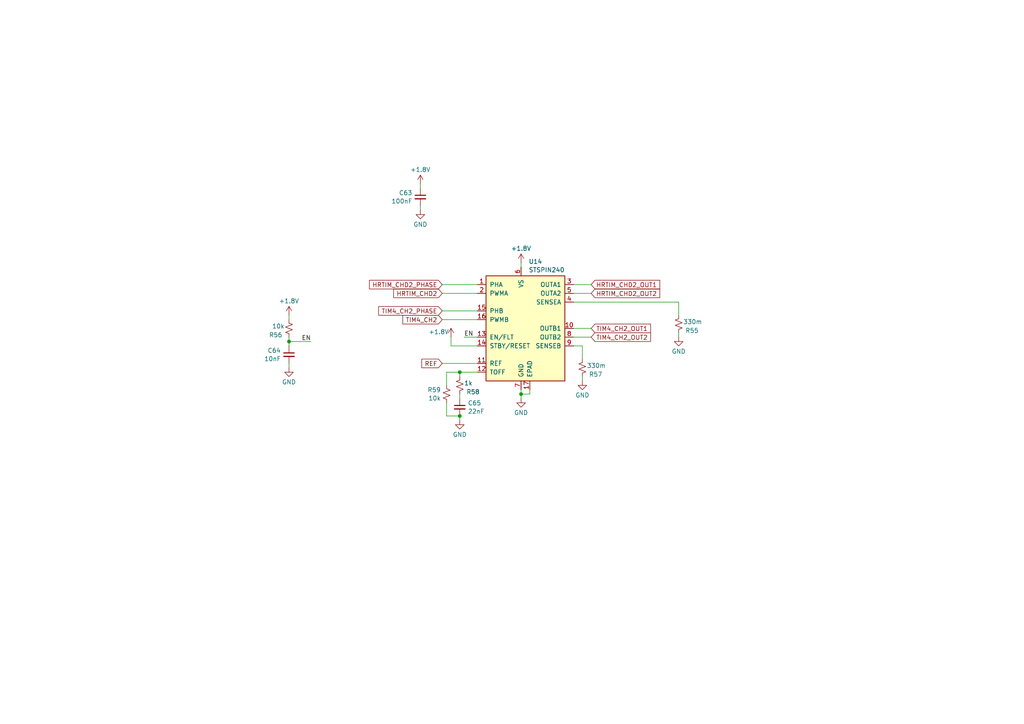
<source format=kicad_sch>
(kicad_sch
	(version 20231120)
	(generator "eeschema")
	(generator_version "8.0")
	(uuid "678b9aec-26bf-4f27-ba87-71e2ec76edda")
	(paper "A4")
	(lib_symbols
		(symbol "Device:C_Small"
			(pin_numbers hide)
			(pin_names
				(offset 0.254) hide)
			(exclude_from_sim no)
			(in_bom yes)
			(on_board yes)
			(property "Reference" "C"
				(at 0.254 1.778 0)
				(effects
					(font
						(size 1.27 1.27)
					)
					(justify left)
				)
			)
			(property "Value" "C_Small"
				(at 0.254 -2.032 0)
				(effects
					(font
						(size 1.27 1.27)
					)
					(justify left)
				)
			)
			(property "Footprint" ""
				(at 0 0 0)
				(effects
					(font
						(size 1.27 1.27)
					)
					(hide yes)
				)
			)
			(property "Datasheet" "~"
				(at 0 0 0)
				(effects
					(font
						(size 1.27 1.27)
					)
					(hide yes)
				)
			)
			(property "Description" "Unpolarized capacitor, small symbol"
				(at 0 0 0)
				(effects
					(font
						(size 1.27 1.27)
					)
					(hide yes)
				)
			)
			(property "ki_keywords" "capacitor cap"
				(at 0 0 0)
				(effects
					(font
						(size 1.27 1.27)
					)
					(hide yes)
				)
			)
			(property "ki_fp_filters" "C_*"
				(at 0 0 0)
				(effects
					(font
						(size 1.27 1.27)
					)
					(hide yes)
				)
			)
			(symbol "C_Small_0_1"
				(polyline
					(pts
						(xy -1.524 -0.508) (xy 1.524 -0.508)
					)
					(stroke
						(width 0.3302)
						(type default)
					)
					(fill
						(type none)
					)
				)
				(polyline
					(pts
						(xy -1.524 0.508) (xy 1.524 0.508)
					)
					(stroke
						(width 0.3048)
						(type default)
					)
					(fill
						(type none)
					)
				)
			)
			(symbol "C_Small_1_1"
				(pin passive line
					(at 0 2.54 270)
					(length 2.032)
					(name "~"
						(effects
							(font
								(size 1.27 1.27)
							)
						)
					)
					(number "1"
						(effects
							(font
								(size 1.27 1.27)
							)
						)
					)
				)
				(pin passive line
					(at 0 -2.54 90)
					(length 2.032)
					(name "~"
						(effects
							(font
								(size 1.27 1.27)
							)
						)
					)
					(number "2"
						(effects
							(font
								(size 1.27 1.27)
							)
						)
					)
				)
			)
		)
		(symbol "Device:R_Small_US"
			(pin_numbers hide)
			(pin_names
				(offset 0.254) hide)
			(exclude_from_sim no)
			(in_bom yes)
			(on_board yes)
			(property "Reference" "R"
				(at 0.762 0.508 0)
				(effects
					(font
						(size 1.27 1.27)
					)
					(justify left)
				)
			)
			(property "Value" "R_Small_US"
				(at 0.762 -1.016 0)
				(effects
					(font
						(size 1.27 1.27)
					)
					(justify left)
				)
			)
			(property "Footprint" ""
				(at 0 0 0)
				(effects
					(font
						(size 1.27 1.27)
					)
					(hide yes)
				)
			)
			(property "Datasheet" "~"
				(at 0 0 0)
				(effects
					(font
						(size 1.27 1.27)
					)
					(hide yes)
				)
			)
			(property "Description" "Resistor, small US symbol"
				(at 0 0 0)
				(effects
					(font
						(size 1.27 1.27)
					)
					(hide yes)
				)
			)
			(property "ki_keywords" "r resistor"
				(at 0 0 0)
				(effects
					(font
						(size 1.27 1.27)
					)
					(hide yes)
				)
			)
			(property "ki_fp_filters" "R_*"
				(at 0 0 0)
				(effects
					(font
						(size 1.27 1.27)
					)
					(hide yes)
				)
			)
			(symbol "R_Small_US_1_1"
				(polyline
					(pts
						(xy 0 0) (xy 1.016 -0.381) (xy 0 -0.762) (xy -1.016 -1.143) (xy 0 -1.524)
					)
					(stroke
						(width 0)
						(type default)
					)
					(fill
						(type none)
					)
				)
				(polyline
					(pts
						(xy 0 1.524) (xy 1.016 1.143) (xy 0 0.762) (xy -1.016 0.381) (xy 0 0)
					)
					(stroke
						(width 0)
						(type default)
					)
					(fill
						(type none)
					)
				)
				(pin passive line
					(at 0 2.54 270)
					(length 1.016)
					(name "~"
						(effects
							(font
								(size 1.27 1.27)
							)
						)
					)
					(number "1"
						(effects
							(font
								(size 1.27 1.27)
							)
						)
					)
				)
				(pin passive line
					(at 0 -2.54 90)
					(length 1.016)
					(name "~"
						(effects
							(font
								(size 1.27 1.27)
							)
						)
					)
					(number "2"
						(effects
							(font
								(size 1.27 1.27)
							)
						)
					)
				)
			)
		)
		(symbol "Driver_Motor:STSPIN240"
			(pin_names
				(offset 1.016)
			)
			(exclude_from_sim no)
			(in_bom yes)
			(on_board yes)
			(property "Reference" "U"
				(at -10.16 16.51 0)
				(effects
					(font
						(size 1.27 1.27)
					)
					(justify left)
				)
			)
			(property "Value" "STSPIN240"
				(at 5.08 16.51 0)
				(effects
					(font
						(size 1.27 1.27)
					)
					(justify left)
				)
			)
			(property "Footprint" "Package_DFN_QFN:VQFN-16-1EP_3x3mm_P0.5mm_EP1.8x1.8mm"
				(at 5.08 19.05 0)
				(effects
					(font
						(size 1.27 1.27)
					)
					(justify left)
					(hide yes)
				)
			)
			(property "Datasheet" "www.st.com/resource/en/datasheet/stspin240.pdf"
				(at 3.81 6.35 0)
				(effects
					(font
						(size 1.27 1.27)
					)
					(hide yes)
				)
			)
			(property "Description" "Low voltage dual brush DC motor driver, 1.8V to 10V input, 1.3Arms output, 0.4Ω Rdson per phase (typical), QFN-16 package"
				(at 0 0 0)
				(effects
					(font
						(size 1.27 1.27)
					)
					(hide yes)
				)
			)
			(property "ki_keywords" "motor driver dc brushed"
				(at 0 0 0)
				(effects
					(font
						(size 1.27 1.27)
					)
					(hide yes)
				)
			)
			(property "ki_fp_filters" "VQFN*1EP*3x3mm*P0.5mm*"
				(at 0 0 0)
				(effects
					(font
						(size 1.27 1.27)
					)
					(hide yes)
				)
			)
			(symbol "STSPIN240_0_1"
				(rectangle
					(start -10.16 15.24)
					(end 12.7 -15.24)
					(stroke
						(width 0.254)
						(type default)
					)
					(fill
						(type background)
					)
				)
			)
			(symbol "STSPIN240_1_1"
				(pin input line
					(at -12.7 12.7 0)
					(length 2.54)
					(name "PHA"
						(effects
							(font
								(size 1.27 1.27)
							)
						)
					)
					(number "1"
						(effects
							(font
								(size 1.27 1.27)
							)
						)
					)
				)
				(pin power_out line
					(at 15.24 0 180)
					(length 2.54)
					(name "OUTB1"
						(effects
							(font
								(size 1.27 1.27)
							)
						)
					)
					(number "10"
						(effects
							(font
								(size 1.27 1.27)
							)
						)
					)
				)
				(pin input line
					(at -12.7 -10.16 0)
					(length 2.54)
					(name "REF"
						(effects
							(font
								(size 1.27 1.27)
							)
						)
					)
					(number "11"
						(effects
							(font
								(size 1.27 1.27)
							)
						)
					)
				)
				(pin input line
					(at -12.7 -12.7 0)
					(length 2.54)
					(name "TOFF"
						(effects
							(font
								(size 1.27 1.27)
							)
						)
					)
					(number "12"
						(effects
							(font
								(size 1.27 1.27)
							)
						)
					)
				)
				(pin bidirectional line
					(at -12.7 -2.54 0)
					(length 2.54)
					(name "EN/FLT"
						(effects
							(font
								(size 1.27 1.27)
							)
						)
					)
					(number "13"
						(effects
							(font
								(size 1.27 1.27)
							)
						)
					)
				)
				(pin input line
					(at -12.7 -5.08 0)
					(length 2.54)
					(name "STBY/RESET"
						(effects
							(font
								(size 1.27 1.27)
							)
						)
					)
					(number "14"
						(effects
							(font
								(size 1.27 1.27)
							)
						)
					)
				)
				(pin input line
					(at -12.7 5.08 0)
					(length 2.54)
					(name "PHB"
						(effects
							(font
								(size 1.27 1.27)
							)
						)
					)
					(number "15"
						(effects
							(font
								(size 1.27 1.27)
							)
						)
					)
				)
				(pin input line
					(at -12.7 2.54 0)
					(length 2.54)
					(name "PWMB"
						(effects
							(font
								(size 1.27 1.27)
							)
						)
					)
					(number "16"
						(effects
							(font
								(size 1.27 1.27)
							)
						)
					)
				)
				(pin power_in line
					(at 2.54 -17.78 90)
					(length 2.54)
					(name "EPAD"
						(effects
							(font
								(size 1.27 1.27)
							)
						)
					)
					(number "17"
						(effects
							(font
								(size 1.27 1.27)
							)
						)
					)
				)
				(pin input line
					(at -12.7 10.16 0)
					(length 2.54)
					(name "PWMA"
						(effects
							(font
								(size 1.27 1.27)
							)
						)
					)
					(number "2"
						(effects
							(font
								(size 1.27 1.27)
							)
						)
					)
				)
				(pin power_out line
					(at 15.24 12.7 180)
					(length 2.54)
					(name "OUTA1"
						(effects
							(font
								(size 1.27 1.27)
							)
						)
					)
					(number "3"
						(effects
							(font
								(size 1.27 1.27)
							)
						)
					)
				)
				(pin power_out line
					(at 15.24 7.62 180)
					(length 2.54)
					(name "SENSEA"
						(effects
							(font
								(size 1.27 1.27)
							)
						)
					)
					(number "4"
						(effects
							(font
								(size 1.27 1.27)
							)
						)
					)
				)
				(pin power_out line
					(at 15.24 10.16 180)
					(length 2.54)
					(name "OUTA2"
						(effects
							(font
								(size 1.27 1.27)
							)
						)
					)
					(number "5"
						(effects
							(font
								(size 1.27 1.27)
							)
						)
					)
				)
				(pin power_in line
					(at 0 17.78 270)
					(length 2.54)
					(name "VS"
						(effects
							(font
								(size 1.27 1.27)
							)
						)
					)
					(number "6"
						(effects
							(font
								(size 1.27 1.27)
							)
						)
					)
				)
				(pin power_in line
					(at 0 -17.78 90)
					(length 2.54)
					(name "GND"
						(effects
							(font
								(size 1.27 1.27)
							)
						)
					)
					(number "7"
						(effects
							(font
								(size 1.27 1.27)
							)
						)
					)
				)
				(pin power_out line
					(at 15.24 -2.54 180)
					(length 2.54)
					(name "OUTB2"
						(effects
							(font
								(size 1.27 1.27)
							)
						)
					)
					(number "8"
						(effects
							(font
								(size 1.27 1.27)
							)
						)
					)
				)
				(pin power_out line
					(at 15.24 -5.08 180)
					(length 2.54)
					(name "SENSEB"
						(effects
							(font
								(size 1.27 1.27)
							)
						)
					)
					(number "9"
						(effects
							(font
								(size 1.27 1.27)
							)
						)
					)
				)
			)
		)
		(symbol "power:+1V8"
			(power)
			(pin_names
				(offset 0)
			)
			(exclude_from_sim no)
			(in_bom yes)
			(on_board yes)
			(property "Reference" "#PWR"
				(at 0 -3.81 0)
				(effects
					(font
						(size 1.27 1.27)
					)
					(hide yes)
				)
			)
			(property "Value" "+1V8"
				(at 0 3.556 0)
				(effects
					(font
						(size 1.27 1.27)
					)
				)
			)
			(property "Footprint" ""
				(at 0 0 0)
				(effects
					(font
						(size 1.27 1.27)
					)
					(hide yes)
				)
			)
			(property "Datasheet" ""
				(at 0 0 0)
				(effects
					(font
						(size 1.27 1.27)
					)
					(hide yes)
				)
			)
			(property "Description" "Power symbol creates a global label with name \"+1V8\""
				(at 0 0 0)
				(effects
					(font
						(size 1.27 1.27)
					)
					(hide yes)
				)
			)
			(property "ki_keywords" "global power"
				(at 0 0 0)
				(effects
					(font
						(size 1.27 1.27)
					)
					(hide yes)
				)
			)
			(symbol "+1V8_0_1"
				(polyline
					(pts
						(xy -0.762 1.27) (xy 0 2.54)
					)
					(stroke
						(width 0)
						(type default)
					)
					(fill
						(type none)
					)
				)
				(polyline
					(pts
						(xy 0 0) (xy 0 2.54)
					)
					(stroke
						(width 0)
						(type default)
					)
					(fill
						(type none)
					)
				)
				(polyline
					(pts
						(xy 0 2.54) (xy 0.762 1.27)
					)
					(stroke
						(width 0)
						(type default)
					)
					(fill
						(type none)
					)
				)
			)
			(symbol "+1V8_1_1"
				(pin power_in line
					(at 0 0 90)
					(length 0) hide
					(name "+1V8"
						(effects
							(font
								(size 1.27 1.27)
							)
						)
					)
					(number "1"
						(effects
							(font
								(size 1.27 1.27)
							)
						)
					)
				)
			)
		)
		(symbol "power:GND"
			(power)
			(pin_names
				(offset 0)
			)
			(exclude_from_sim no)
			(in_bom yes)
			(on_board yes)
			(property "Reference" "#PWR"
				(at 0 -6.35 0)
				(effects
					(font
						(size 1.27 1.27)
					)
					(hide yes)
				)
			)
			(property "Value" "GND"
				(at 0 -3.81 0)
				(effects
					(font
						(size 1.27 1.27)
					)
				)
			)
			(property "Footprint" ""
				(at 0 0 0)
				(effects
					(font
						(size 1.27 1.27)
					)
					(hide yes)
				)
			)
			(property "Datasheet" ""
				(at 0 0 0)
				(effects
					(font
						(size 1.27 1.27)
					)
					(hide yes)
				)
			)
			(property "Description" "Power symbol creates a global label with name \"GND\" , ground"
				(at 0 0 0)
				(effects
					(font
						(size 1.27 1.27)
					)
					(hide yes)
				)
			)
			(property "ki_keywords" "global power"
				(at 0 0 0)
				(effects
					(font
						(size 1.27 1.27)
					)
					(hide yes)
				)
			)
			(symbol "GND_0_1"
				(polyline
					(pts
						(xy 0 0) (xy 0 -1.27) (xy 1.27 -1.27) (xy 0 -2.54) (xy -1.27 -1.27) (xy 0 -1.27)
					)
					(stroke
						(width 0)
						(type default)
					)
					(fill
						(type none)
					)
				)
			)
			(symbol "GND_1_1"
				(pin power_in line
					(at 0 0 270)
					(length 0) hide
					(name "GND"
						(effects
							(font
								(size 1.27 1.27)
							)
						)
					)
					(number "1"
						(effects
							(font
								(size 1.27 1.27)
							)
						)
					)
				)
			)
		)
	)
	(junction
		(at 133.35 120.65)
		(diameter 0)
		(color 0 0 0 0)
		(uuid "42d6576e-fadb-4563-9fc6-3a42c8f7e3c8")
	)
	(junction
		(at 133.35 107.95)
		(diameter 0)
		(color 0 0 0 0)
		(uuid "667f0bd6-b12d-4faa-987f-927ccb27679f")
	)
	(junction
		(at 151.13 114.3)
		(diameter 0)
		(color 0 0 0 0)
		(uuid "b8536958-cabd-4320-bfca-2face8fcc9a7")
	)
	(junction
		(at 83.82 99.06)
		(diameter 0)
		(color 0 0 0 0)
		(uuid "d7e75411-1de3-452c-afc2-da1331c922c2")
	)
	(wire
		(pts
			(xy 151.13 76.2) (xy 151.13 77.47)
		)
		(stroke
			(width 0)
			(type default)
		)
		(uuid "0df78f29-7091-44f6-a730-ef372ed57675")
	)
	(wire
		(pts
			(xy 133.35 107.95) (xy 133.35 109.22)
		)
		(stroke
			(width 0)
			(type default)
		)
		(uuid "136b5161-d7ef-4375-aa91-e102651a4665")
	)
	(wire
		(pts
			(xy 168.91 100.33) (xy 166.37 100.33)
		)
		(stroke
			(width 0)
			(type default)
		)
		(uuid "154c620a-04df-4b2c-84d6-36da2c79bbea")
	)
	(wire
		(pts
			(xy 121.92 59.69) (xy 121.92 60.96)
		)
		(stroke
			(width 0)
			(type default)
		)
		(uuid "1ea7bd63-8734-448b-980b-014f4ca342f1")
	)
	(wire
		(pts
			(xy 133.35 114.3) (xy 133.35 115.57)
		)
		(stroke
			(width 0)
			(type default)
		)
		(uuid "2081ed10-af47-4487-84ed-017469b4fdb8")
	)
	(wire
		(pts
			(xy 128.27 92.71) (xy 138.43 92.71)
		)
		(stroke
			(width 0)
			(type default)
		)
		(uuid "24beaf91-e7d3-4e03-a638-690a46340679")
	)
	(wire
		(pts
			(xy 168.91 109.22) (xy 168.91 110.49)
		)
		(stroke
			(width 0)
			(type default)
		)
		(uuid "32926c58-e476-43b4-99b4-f50b1bd7289c")
	)
	(wire
		(pts
			(xy 83.82 99.06) (xy 83.82 100.33)
		)
		(stroke
			(width 0)
			(type default)
		)
		(uuid "3421b40e-45e7-4ac7-915c-5c46804131b9")
	)
	(wire
		(pts
			(xy 129.54 120.65) (xy 133.35 120.65)
		)
		(stroke
			(width 0)
			(type default)
		)
		(uuid "416fd5ac-a650-418e-931e-fcded8135e33")
	)
	(wire
		(pts
			(xy 128.27 90.17) (xy 138.43 90.17)
		)
		(stroke
			(width 0)
			(type default)
		)
		(uuid "424cc603-8d4e-4823-ae49-81b1618ee283")
	)
	(wire
		(pts
			(xy 168.91 104.14) (xy 168.91 100.33)
		)
		(stroke
			(width 0)
			(type default)
		)
		(uuid "48380410-9649-43e2-908f-c3ad67ad29b7")
	)
	(wire
		(pts
			(xy 151.13 113.03) (xy 151.13 114.3)
		)
		(stroke
			(width 0)
			(type default)
		)
		(uuid "5cf3c158-a797-45ff-8d5c-d0d1fafe3a22")
	)
	(wire
		(pts
			(xy 83.82 105.41) (xy 83.82 106.68)
		)
		(stroke
			(width 0)
			(type default)
		)
		(uuid "63b91a7c-7c95-4637-acd6-fcc77520c5dc")
	)
	(wire
		(pts
			(xy 196.85 87.63) (xy 196.85 91.44)
		)
		(stroke
			(width 0)
			(type default)
		)
		(uuid "6e4cef16-5184-4768-b13c-e683484dc67d")
	)
	(wire
		(pts
			(xy 129.54 107.95) (xy 133.35 107.95)
		)
		(stroke
			(width 0)
			(type default)
		)
		(uuid "7a2f5d6d-f89b-4009-be9b-50d00f32949b")
	)
	(wire
		(pts
			(xy 128.27 82.55) (xy 138.43 82.55)
		)
		(stroke
			(width 0)
			(type default)
		)
		(uuid "803c6951-769d-4787-a8a8-9d5548901c73")
	)
	(wire
		(pts
			(xy 121.92 53.34) (xy 121.92 54.61)
		)
		(stroke
			(width 0)
			(type default)
		)
		(uuid "81df2ca9-c94f-4f2b-a3c6-fd7d2f5cd330")
	)
	(wire
		(pts
			(xy 171.45 97.79) (xy 166.37 97.79)
		)
		(stroke
			(width 0)
			(type default)
		)
		(uuid "86b89144-a35d-4606-bee6-e66409accc8b")
	)
	(wire
		(pts
			(xy 138.43 97.79) (xy 134.62 97.79)
		)
		(stroke
			(width 0)
			(type default)
		)
		(uuid "87ebdfcb-394e-45c3-bb85-92d5e78fab56")
	)
	(wire
		(pts
			(xy 128.27 85.09) (xy 138.43 85.09)
		)
		(stroke
			(width 0)
			(type default)
		)
		(uuid "8e1f1e4d-a6da-4aa4-97a4-ceec37ac802b")
	)
	(wire
		(pts
			(xy 171.45 82.55) (xy 166.37 82.55)
		)
		(stroke
			(width 0)
			(type default)
		)
		(uuid "9073e5b9-c9af-4baa-b7cc-01e4e0e8170f")
	)
	(wire
		(pts
			(xy 133.35 107.95) (xy 138.43 107.95)
		)
		(stroke
			(width 0)
			(type default)
		)
		(uuid "af0d2cc6-489d-454c-9b05-ca897f917682")
	)
	(wire
		(pts
			(xy 130.81 100.33) (xy 138.43 100.33)
		)
		(stroke
			(width 0)
			(type default)
		)
		(uuid "b17469f9-4bfa-4158-bb7d-36070dad954a")
	)
	(wire
		(pts
			(xy 130.81 97.79) (xy 130.81 100.33)
		)
		(stroke
			(width 0)
			(type default)
		)
		(uuid "b99a87d4-af7a-4089-919c-45c7b3e63e22")
	)
	(wire
		(pts
			(xy 83.82 97.79) (xy 83.82 99.06)
		)
		(stroke
			(width 0)
			(type default)
		)
		(uuid "bab4188a-e630-4411-9ebd-0ebfae15cdb7")
	)
	(wire
		(pts
			(xy 171.45 85.09) (xy 166.37 85.09)
		)
		(stroke
			(width 0)
			(type default)
		)
		(uuid "bdd1b05d-dd6b-43d2-8213-f03d27a27000")
	)
	(wire
		(pts
			(xy 151.13 114.3) (xy 151.13 115.57)
		)
		(stroke
			(width 0)
			(type default)
		)
		(uuid "c05a63b7-2286-49ac-88b8-9c002ca85a9b")
	)
	(wire
		(pts
			(xy 196.85 87.63) (xy 166.37 87.63)
		)
		(stroke
			(width 0)
			(type default)
		)
		(uuid "c703d5d0-28ac-450a-9e81-ebc92b083f82")
	)
	(wire
		(pts
			(xy 128.27 105.41) (xy 138.43 105.41)
		)
		(stroke
			(width 0)
			(type default)
		)
		(uuid "d35195cc-7528-460d-9bc1-1c284727c64a")
	)
	(wire
		(pts
			(xy 129.54 116.84) (xy 129.54 120.65)
		)
		(stroke
			(width 0)
			(type default)
		)
		(uuid "df4c6b07-3cee-4d76-82ac-68278b1b2a0b")
	)
	(wire
		(pts
			(xy 83.82 91.44) (xy 83.82 92.71)
		)
		(stroke
			(width 0)
			(type default)
		)
		(uuid "e0f0e4df-3c11-491b-8c83-7b2feb1c5868")
	)
	(wire
		(pts
			(xy 153.67 114.3) (xy 153.67 113.03)
		)
		(stroke
			(width 0)
			(type default)
		)
		(uuid "e511d5ce-c0d6-4f17-bf9c-e17cd78b2211")
	)
	(wire
		(pts
			(xy 83.82 99.06) (xy 90.17 99.06)
		)
		(stroke
			(width 0)
			(type default)
		)
		(uuid "e535f119-b11d-44d9-8320-a66c01ce3ac1")
	)
	(wire
		(pts
			(xy 129.54 107.95) (xy 129.54 111.76)
		)
		(stroke
			(width 0)
			(type default)
		)
		(uuid "ea7df6dd-d206-4b50-ba0f-4867bd8d5e3c")
	)
	(wire
		(pts
			(xy 196.85 96.52) (xy 196.85 97.79)
		)
		(stroke
			(width 0)
			(type default)
		)
		(uuid "eedb8325-9b7d-43e3-aeb3-3c1bcc0fd479")
	)
	(wire
		(pts
			(xy 151.13 114.3) (xy 153.67 114.3)
		)
		(stroke
			(width 0)
			(type default)
		)
		(uuid "f25e5032-c755-44ef-8098-cb8f9e78830f")
	)
	(wire
		(pts
			(xy 171.45 95.25) (xy 166.37 95.25)
		)
		(stroke
			(width 0)
			(type default)
		)
		(uuid "f53cb537-a4c1-47fa-b30f-4b9840c5326a")
	)
	(wire
		(pts
			(xy 133.35 121.92) (xy 133.35 120.65)
		)
		(stroke
			(width 0)
			(type default)
		)
		(uuid "fcb6524b-ad1e-4656-ace8-fb400e227a7f")
	)
	(label "EN"
		(at 134.62 97.79 0)
		(fields_autoplaced yes)
		(effects
			(font
				(size 1.27 1.27)
			)
			(justify left bottom)
		)
		(uuid "2d735b23-4b75-4cc8-8522-77b72559e13e")
	)
	(label "EN"
		(at 90.17 99.06 180)
		(fields_autoplaced yes)
		(effects
			(font
				(size 1.27 1.27)
			)
			(justify right bottom)
		)
		(uuid "fc3e2e52-2328-484c-bc85-8e920ea7a8f4")
	)
	(global_label "HRTIM_CHD2_OUT1"
		(shape input)
		(at 171.45 82.55 0)
		(fields_autoplaced yes)
		(effects
			(font
				(size 1.27 1.27)
			)
			(justify left)
		)
		(uuid "354cf4f8-160b-4b49-b7c0-d13e231afbb1")
		(property "Intersheetrefs" "${INTERSHEET_REFS}"
			(at 191.9128 82.55 0)
			(effects
				(font
					(size 1.27 1.27)
				)
				(justify left)
				(hide yes)
			)
		)
	)
	(global_label "TIM4_CH2"
		(shape input)
		(at 128.27 92.71 180)
		(fields_autoplaced yes)
		(effects
			(font
				(size 1.27 1.27)
			)
			(justify right)
		)
		(uuid "58b2eda6-4dac-4b30-9252-55102a16717b")
		(property "Intersheetrefs" "${INTERSHEET_REFS}"
			(at 116.2739 92.71 0)
			(effects
				(font
					(size 1.27 1.27)
				)
				(justify right)
				(hide yes)
			)
		)
	)
	(global_label "TIM4_CH2_OUT2"
		(shape input)
		(at 171.45 97.79 0)
		(fields_autoplaced yes)
		(effects
			(font
				(size 1.27 1.27)
			)
			(justify left)
		)
		(uuid "7259d160-c953-4824-b0ab-3024b9fcae1c")
		(property "Intersheetrefs" "${INTERSHEET_REFS}"
			(at 189.2518 97.79 0)
			(effects
				(font
					(size 1.27 1.27)
				)
				(justify left)
				(hide yes)
			)
		)
	)
	(global_label "TIM4_CH2_PHASE"
		(shape input)
		(at 128.27 90.17 180)
		(fields_autoplaced yes)
		(effects
			(font
				(size 1.27 1.27)
			)
			(justify right)
		)
		(uuid "8b813cc2-a0aa-4d22-9809-183b5a09753d")
		(property "Intersheetrefs" "${INTERSHEET_REFS}"
			(at 109.2587 90.17 0)
			(effects
				(font
					(size 1.27 1.27)
				)
				(justify right)
				(hide yes)
			)
		)
	)
	(global_label "REF"
		(shape input)
		(at 128.27 105.41 180)
		(fields_autoplaced yes)
		(effects
			(font
				(size 1.27 1.27)
			)
			(justify right)
		)
		(uuid "a0dc2bc4-5b4f-4c18-86e8-8fa5de828bae")
		(property "Intersheetrefs" "${INTERSHEET_REFS}"
			(at 121.7772 105.41 0)
			(effects
				(font
					(size 1.27 1.27)
				)
				(justify right)
				(hide yes)
			)
		)
	)
	(global_label "HRTIM_CHD2_OUT2"
		(shape input)
		(at 171.45 85.09 0)
		(fields_autoplaced yes)
		(effects
			(font
				(size 1.27 1.27)
			)
			(justify left)
		)
		(uuid "a27dbca0-e13d-498c-9fa3-94dca6ed4a19")
		(property "Intersheetrefs" "${INTERSHEET_REFS}"
			(at 191.9128 85.09 0)
			(effects
				(font
					(size 1.27 1.27)
				)
				(justify left)
				(hide yes)
			)
		)
	)
	(global_label "HRTIM_CHD2_PHASE"
		(shape input)
		(at 128.27 82.55 180)
		(fields_autoplaced yes)
		(effects
			(font
				(size 1.27 1.27)
			)
			(justify right)
		)
		(uuid "a4881ba1-4837-43a5-b98c-30b78eaa4774")
		(property "Intersheetrefs" "${INTERSHEET_REFS}"
			(at 106.5977 82.55 0)
			(effects
				(font
					(size 1.27 1.27)
				)
				(justify right)
				(hide yes)
			)
		)
	)
	(global_label "HRTIM_CHD2"
		(shape input)
		(at 128.27 85.09 180)
		(fields_autoplaced yes)
		(effects
			(font
				(size 1.27 1.27)
			)
			(justify right)
		)
		(uuid "b6dee8e1-f56e-4501-a1ed-fa3e6493b6f5")
		(property "Intersheetrefs" "${INTERSHEET_REFS}"
			(at 113.6129 85.09 0)
			(effects
				(font
					(size 1.27 1.27)
				)
				(justify right)
				(hide yes)
			)
		)
	)
	(global_label "TIM4_CH2_OUT1"
		(shape input)
		(at 171.45 95.25 0)
		(fields_autoplaced yes)
		(effects
			(font
				(size 1.27 1.27)
			)
			(justify left)
		)
		(uuid "ed8ea22a-339e-4efc-b219-e3529f2b797f")
		(property "Intersheetrefs" "${INTERSHEET_REFS}"
			(at 189.2518 95.25 0)
			(effects
				(font
					(size 1.27 1.27)
				)
				(justify left)
				(hide yes)
			)
		)
	)
	(symbol
		(lib_id "Device:R_Small_US")
		(at 133.35 111.76 0)
		(mirror y)
		(unit 1)
		(exclude_from_sim no)
		(in_bom yes)
		(on_board yes)
		(dnp no)
		(uuid "08d3599f-af0c-44bb-81d5-91e8f1f358cf")
		(property "Reference" "R58"
			(at 135.255 113.665 0)
			(effects
				(font
					(size 1.27 1.27)
				)
				(justify right)
			)
		)
		(property "Value" "1k"
			(at 134.62 111.125 0)
			(effects
				(font
					(size 1.27 1.27)
				)
				(justify right)
			)
		)
		(property "Footprint" "Resistor_SMD:R_0402_1005Metric"
			(at 133.35 111.76 0)
			(effects
				(font
					(size 1.27 1.27)
				)
				(hide yes)
			)
		)
		(property "Datasheet" "~"
			(at 133.35 111.76 0)
			(effects
				(font
					(size 1.27 1.27)
				)
				(hide yes)
			)
		)
		(property "Description" ""
			(at 133.35 111.76 0)
			(effects
				(font
					(size 1.27 1.27)
				)
				(hide yes)
			)
		)
		(property "LCSC" "C11702"
			(at 133.35 111.76 0)
			(effects
				(font
					(size 1.27 1.27)
				)
				(hide yes)
			)
		)
		(pin "1"
			(uuid "520cc536-f2af-4093-9c89-99c22b303949")
		)
		(pin "2"
			(uuid "6d27895e-5584-4a35-a191-ef74435461a2")
		)
		(instances
			(project "kasm_pcb_rev2"
				(path "/b88f3414-095b-412c-ac5e-63ceec91c7e6/2d3f9a94-2f4e-4d4f-b431-cd37d3bb57a3/10aeb77b-7be4-4380-90e3-ac2fa7beff26"
					(reference "R58")
					(unit 1)
				)
			)
		)
	)
	(symbol
		(lib_id "power:GND")
		(at 151.13 115.57 0)
		(unit 1)
		(exclude_from_sim no)
		(in_bom yes)
		(on_board yes)
		(dnp no)
		(uuid "0999cc4d-196e-43d7-9300-6dc4805e5618")
		(property "Reference" "#PWR0144"
			(at 151.13 121.92 0)
			(effects
				(font
					(size 1.27 1.27)
				)
				(hide yes)
			)
		)
		(property "Value" "GND"
			(at 151.13 119.7031 0)
			(effects
				(font
					(size 1.27 1.27)
				)
			)
		)
		(property "Footprint" ""
			(at 151.13 115.57 0)
			(effects
				(font
					(size 1.27 1.27)
				)
				(hide yes)
			)
		)
		(property "Datasheet" ""
			(at 151.13 115.57 0)
			(effects
				(font
					(size 1.27 1.27)
				)
				(hide yes)
			)
		)
		(property "Description" ""
			(at 151.13 115.57 0)
			(effects
				(font
					(size 1.27 1.27)
				)
				(hide yes)
			)
		)
		(pin "1"
			(uuid "01c8d304-92ab-4c38-9ee6-bb49e7f47521")
		)
		(instances
			(project "kasm_pcb_rev2"
				(path "/b88f3414-095b-412c-ac5e-63ceec91c7e6/2d3f9a94-2f4e-4d4f-b431-cd37d3bb57a3/10aeb77b-7be4-4380-90e3-ac2fa7beff26"
					(reference "#PWR0144")
					(unit 1)
				)
			)
		)
	)
	(symbol
		(lib_id "Device:R_Small_US")
		(at 196.85 93.98 0)
		(mirror y)
		(unit 1)
		(exclude_from_sim no)
		(in_bom yes)
		(on_board yes)
		(dnp no)
		(uuid "0c943832-355b-4dd2-80d1-86cc87ab732c")
		(property "Reference" "R55"
			(at 198.755 95.885 0)
			(effects
				(font
					(size 1.27 1.27)
				)
				(justify right)
			)
		)
		(property "Value" "330m"
			(at 198.12 93.345 0)
			(effects
				(font
					(size 1.27 1.27)
				)
				(justify right)
			)
		)
		(property "Footprint" "Resistor_SMD:R_0402_1005Metric"
			(at 196.85 93.98 0)
			(effects
				(font
					(size 1.27 1.27)
				)
				(hide yes)
			)
		)
		(property "Datasheet" "~"
			(at 196.85 93.98 0)
			(effects
				(font
					(size 1.27 1.27)
				)
				(hide yes)
			)
		)
		(property "Description" ""
			(at 196.85 93.98 0)
			(effects
				(font
					(size 1.27 1.27)
				)
				(hide yes)
			)
		)
		(property "LCSC" "C332660"
			(at 196.85 93.98 0)
			(effects
				(font
					(size 1.27 1.27)
				)
				(hide yes)
			)
		)
		(pin "1"
			(uuid "57d730c9-355f-4784-b711-036a1073d2a4")
		)
		(pin "2"
			(uuid "b0acd83e-7dfa-44f5-8902-f6cbfe4aaaab")
		)
		(instances
			(project "kasm_pcb_rev2"
				(path "/b88f3414-095b-412c-ac5e-63ceec91c7e6/2d3f9a94-2f4e-4d4f-b431-cd37d3bb57a3/10aeb77b-7be4-4380-90e3-ac2fa7beff26"
					(reference "R55")
					(unit 1)
				)
			)
		)
	)
	(symbol
		(lib_id "power:GND")
		(at 133.35 121.92 0)
		(unit 1)
		(exclude_from_sim no)
		(in_bom yes)
		(on_board yes)
		(dnp no)
		(uuid "14826b93-6e2a-40a6-8261-c4025ad4b572")
		(property "Reference" "#PWR0145"
			(at 133.35 128.27 0)
			(effects
				(font
					(size 1.27 1.27)
				)
				(hide yes)
			)
		)
		(property "Value" "GND"
			(at 133.35 126.0531 0)
			(effects
				(font
					(size 1.27 1.27)
				)
			)
		)
		(property "Footprint" ""
			(at 133.35 121.92 0)
			(effects
				(font
					(size 1.27 1.27)
				)
				(hide yes)
			)
		)
		(property "Datasheet" ""
			(at 133.35 121.92 0)
			(effects
				(font
					(size 1.27 1.27)
				)
				(hide yes)
			)
		)
		(property "Description" ""
			(at 133.35 121.92 0)
			(effects
				(font
					(size 1.27 1.27)
				)
				(hide yes)
			)
		)
		(pin "1"
			(uuid "e8b8079c-b48f-4a26-a36d-ad370f272bfa")
		)
		(instances
			(project "kasm_pcb_rev2"
				(path "/b88f3414-095b-412c-ac5e-63ceec91c7e6/2d3f9a94-2f4e-4d4f-b431-cd37d3bb57a3/10aeb77b-7be4-4380-90e3-ac2fa7beff26"
					(reference "#PWR0145")
					(unit 1)
				)
			)
		)
	)
	(symbol
		(lib_id "Device:R_Small_US")
		(at 83.82 95.25 0)
		(unit 1)
		(exclude_from_sim no)
		(in_bom yes)
		(on_board yes)
		(dnp no)
		(uuid "23119a32-3781-4e14-9518-f3722f383c32")
		(property "Reference" "R56"
			(at 81.915 97.155 0)
			(effects
				(font
					(size 1.27 1.27)
				)
				(justify right)
			)
		)
		(property "Value" "10k"
			(at 82.55 94.615 0)
			(effects
				(font
					(size 1.27 1.27)
				)
				(justify right)
			)
		)
		(property "Footprint" "Resistor_SMD:R_0402_1005Metric"
			(at 83.82 95.25 0)
			(effects
				(font
					(size 1.27 1.27)
				)
				(hide yes)
			)
		)
		(property "Datasheet" "~"
			(at 83.82 95.25 0)
			(effects
				(font
					(size 1.27 1.27)
				)
				(hide yes)
			)
		)
		(property "Description" ""
			(at 83.82 95.25 0)
			(effects
				(font
					(size 1.27 1.27)
				)
				(hide yes)
			)
		)
		(property "LCSC" "C25744"
			(at 83.82 95.25 0)
			(effects
				(font
					(size 1.27 1.27)
				)
				(hide yes)
			)
		)
		(pin "1"
			(uuid "d81662fd-b7ee-4cd3-835e-4201edb14a83")
		)
		(pin "2"
			(uuid "161611a2-a90e-4351-9765-90a80e4e7081")
		)
		(instances
			(project "kasm_pcb_rev2"
				(path "/b88f3414-095b-412c-ac5e-63ceec91c7e6/2d3f9a94-2f4e-4d4f-b431-cd37d3bb57a3/10aeb77b-7be4-4380-90e3-ac2fa7beff26"
					(reference "R56")
					(unit 1)
				)
			)
		)
	)
	(symbol
		(lib_id "power:+1V8")
		(at 130.81 97.79 0)
		(unit 1)
		(exclude_from_sim no)
		(in_bom yes)
		(on_board yes)
		(dnp no)
		(uuid "47419cb7-ae1c-489c-b519-ae9a5c0d2b1e")
		(property "Reference" "#PWR0140"
			(at 130.81 101.6 0)
			(effects
				(font
					(size 1.27 1.27)
				)
				(hide yes)
			)
		)
		(property "Value" "+1.8V"
			(at 127.254 96.266 0)
			(effects
				(font
					(size 1.27 1.27)
				)
			)
		)
		(property "Footprint" ""
			(at 130.81 97.79 0)
			(effects
				(font
					(size 1.27 1.27)
				)
				(hide yes)
			)
		)
		(property "Datasheet" ""
			(at 130.81 97.79 0)
			(effects
				(font
					(size 1.27 1.27)
				)
				(hide yes)
			)
		)
		(property "Description" ""
			(at 130.81 97.79 0)
			(effects
				(font
					(size 1.27 1.27)
				)
				(hide yes)
			)
		)
		(pin "1"
			(uuid "053ca9e1-1fa5-4cbe-93b1-01fdae85988d")
		)
		(instances
			(project "kasm_pcb_rev2"
				(path "/b88f3414-095b-412c-ac5e-63ceec91c7e6/2d3f9a94-2f4e-4d4f-b431-cd37d3bb57a3/10aeb77b-7be4-4380-90e3-ac2fa7beff26"
					(reference "#PWR0140")
					(unit 1)
				)
			)
		)
	)
	(symbol
		(lib_id "Device:R_Small_US")
		(at 168.91 106.68 0)
		(mirror y)
		(unit 1)
		(exclude_from_sim no)
		(in_bom yes)
		(on_board yes)
		(dnp no)
		(uuid "573e37f4-27b0-4a2f-aa61-feaccf55e8aa")
		(property "Reference" "R57"
			(at 170.815 108.585 0)
			(effects
				(font
					(size 1.27 1.27)
				)
				(justify right)
			)
		)
		(property "Value" "330m"
			(at 170.18 106.045 0)
			(effects
				(font
					(size 1.27 1.27)
				)
				(justify right)
			)
		)
		(property "Footprint" "Resistor_SMD:R_0402_1005Metric"
			(at 168.91 106.68 0)
			(effects
				(font
					(size 1.27 1.27)
				)
				(hide yes)
			)
		)
		(property "Datasheet" "~"
			(at 168.91 106.68 0)
			(effects
				(font
					(size 1.27 1.27)
				)
				(hide yes)
			)
		)
		(property "Description" ""
			(at 168.91 106.68 0)
			(effects
				(font
					(size 1.27 1.27)
				)
				(hide yes)
			)
		)
		(property "LCSC" "C332660"
			(at 168.91 106.68 0)
			(effects
				(font
					(size 1.27 1.27)
				)
				(hide yes)
			)
		)
		(pin "1"
			(uuid "deb5ea79-eada-4ab9-8293-e45ffe29325b")
		)
		(pin "2"
			(uuid "9fb9f794-63ce-4561-8109-da4072feb646")
		)
		(instances
			(project "kasm_pcb_rev2"
				(path "/b88f3414-095b-412c-ac5e-63ceec91c7e6/2d3f9a94-2f4e-4d4f-b431-cd37d3bb57a3/10aeb77b-7be4-4380-90e3-ac2fa7beff26"
					(reference "R57")
					(unit 1)
				)
			)
		)
	)
	(symbol
		(lib_id "Device:C_Small")
		(at 83.82 102.87 0)
		(mirror y)
		(unit 1)
		(exclude_from_sim no)
		(in_bom yes)
		(on_board yes)
		(dnp no)
		(uuid "8bbefa2f-93dc-492f-a9f9-ce6467de0313")
		(property "Reference" "C64"
			(at 81.4959 101.6642 0)
			(effects
				(font
					(size 1.27 1.27)
				)
				(justify left)
			)
		)
		(property "Value" "10nF"
			(at 81.4959 104.0884 0)
			(effects
				(font
					(size 1.27 1.27)
				)
				(justify left)
			)
		)
		(property "Footprint" "Capacitor_SMD:C_0402_1005Metric"
			(at 83.82 102.87 0)
			(effects
				(font
					(size 1.27 1.27)
				)
				(hide yes)
			)
		)
		(property "Datasheet" "~"
			(at 83.82 102.87 0)
			(effects
				(font
					(size 1.27 1.27)
				)
				(hide yes)
			)
		)
		(property "Description" ""
			(at 83.82 102.87 0)
			(effects
				(font
					(size 1.27 1.27)
				)
				(hide yes)
			)
		)
		(property "LCSC" "C15195"
			(at 83.82 102.87 0)
			(effects
				(font
					(size 1.27 1.27)
				)
				(hide yes)
			)
		)
		(pin "1"
			(uuid "4a0b128f-1011-4cfc-a4f9-a184f8f367cb")
		)
		(pin "2"
			(uuid "7ee64186-dbfa-4b56-9658-efb851b27027")
		)
		(instances
			(project "kasm_pcb_rev2"
				(path "/b88f3414-095b-412c-ac5e-63ceec91c7e6/2d3f9a94-2f4e-4d4f-b431-cd37d3bb57a3/10aeb77b-7be4-4380-90e3-ac2fa7beff26"
					(reference "C64")
					(unit 1)
				)
			)
		)
	)
	(symbol
		(lib_id "Device:C_Small")
		(at 133.35 118.11 0)
		(unit 1)
		(exclude_from_sim no)
		(in_bom yes)
		(on_board yes)
		(dnp no)
		(uuid "a4b32b01-09cd-40d7-b4bd-05e6b14c732a")
		(property "Reference" "C65"
			(at 135.6741 116.9042 0)
			(effects
				(font
					(size 1.27 1.27)
				)
				(justify left)
			)
		)
		(property "Value" "22nF"
			(at 135.6741 119.3284 0)
			(effects
				(font
					(size 1.27 1.27)
				)
				(justify left)
			)
		)
		(property "Footprint" "Capacitor_SMD:C_0402_1005Metric"
			(at 133.35 118.11 0)
			(effects
				(font
					(size 1.27 1.27)
				)
				(hide yes)
			)
		)
		(property "Datasheet" "~"
			(at 133.35 118.11 0)
			(effects
				(font
					(size 1.27 1.27)
				)
				(hide yes)
			)
		)
		(property "Description" ""
			(at 133.35 118.11 0)
			(effects
				(font
					(size 1.27 1.27)
				)
				(hide yes)
			)
		)
		(property "LCSC" "C1532"
			(at 133.35 118.11 0)
			(effects
				(font
					(size 1.27 1.27)
				)
				(hide yes)
			)
		)
		(pin "1"
			(uuid "8b85e93a-1364-406f-b041-5332cdf1f0d7")
		)
		(pin "2"
			(uuid "1180bcc9-8394-4f27-9980-bdad24b10085")
		)
		(instances
			(project "kasm_pcb_rev2"
				(path "/b88f3414-095b-412c-ac5e-63ceec91c7e6/2d3f9a94-2f4e-4d4f-b431-cd37d3bb57a3/10aeb77b-7be4-4380-90e3-ac2fa7beff26"
					(reference "C65")
					(unit 1)
				)
			)
		)
	)
	(symbol
		(lib_id "power:GND")
		(at 83.82 106.68 0)
		(unit 1)
		(exclude_from_sim no)
		(in_bom yes)
		(on_board yes)
		(dnp no)
		(uuid "a7e209d7-8814-4e15-94e5-c596746dcf1c")
		(property "Reference" "#PWR0142"
			(at 83.82 113.03 0)
			(effects
				(font
					(size 1.27 1.27)
				)
				(hide yes)
			)
		)
		(property "Value" "GND"
			(at 83.82 110.8131 0)
			(effects
				(font
					(size 1.27 1.27)
				)
			)
		)
		(property "Footprint" ""
			(at 83.82 106.68 0)
			(effects
				(font
					(size 1.27 1.27)
				)
				(hide yes)
			)
		)
		(property "Datasheet" ""
			(at 83.82 106.68 0)
			(effects
				(font
					(size 1.27 1.27)
				)
				(hide yes)
			)
		)
		(property "Description" ""
			(at 83.82 106.68 0)
			(effects
				(font
					(size 1.27 1.27)
				)
				(hide yes)
			)
		)
		(pin "1"
			(uuid "92a6c475-de20-49ef-86de-68ef71c69e89")
		)
		(instances
			(project "kasm_pcb_rev2"
				(path "/b88f3414-095b-412c-ac5e-63ceec91c7e6/2d3f9a94-2f4e-4d4f-b431-cd37d3bb57a3/10aeb77b-7be4-4380-90e3-ac2fa7beff26"
					(reference "#PWR0142")
					(unit 1)
				)
			)
		)
	)
	(symbol
		(lib_id "Device:R_Small_US")
		(at 129.54 114.3 0)
		(unit 1)
		(exclude_from_sim no)
		(in_bom yes)
		(on_board yes)
		(dnp no)
		(uuid "bfdc5db9-5620-48b6-9bf6-89e3bdf3214f")
		(property "Reference" "R59"
			(at 127.889 113.0879 0)
			(effects
				(font
					(size 1.27 1.27)
				)
				(justify right)
			)
		)
		(property "Value" "10k"
			(at 127.889 115.5121 0)
			(effects
				(font
					(size 1.27 1.27)
				)
				(justify right)
			)
		)
		(property "Footprint" "Resistor_SMD:R_0402_1005Metric"
			(at 129.54 114.3 0)
			(effects
				(font
					(size 1.27 1.27)
				)
				(hide yes)
			)
		)
		(property "Datasheet" "~"
			(at 129.54 114.3 0)
			(effects
				(font
					(size 1.27 1.27)
				)
				(hide yes)
			)
		)
		(property "Description" ""
			(at 129.54 114.3 0)
			(effects
				(font
					(size 1.27 1.27)
				)
				(hide yes)
			)
		)
		(property "LCSC" "C25744"
			(at 129.54 114.3 0)
			(effects
				(font
					(size 1.27 1.27)
				)
				(hide yes)
			)
		)
		(pin "1"
			(uuid "c274c463-e395-48cd-84fd-43c321901939")
		)
		(pin "2"
			(uuid "40177d0b-163d-4b7d-bc14-a96a14938c86")
		)
		(instances
			(project "kasm_pcb_rev2"
				(path "/b88f3414-095b-412c-ac5e-63ceec91c7e6/2d3f9a94-2f4e-4d4f-b431-cd37d3bb57a3/10aeb77b-7be4-4380-90e3-ac2fa7beff26"
					(reference "R59")
					(unit 1)
				)
			)
		)
	)
	(symbol
		(lib_id "Driver_Motor:STSPIN240")
		(at 151.13 95.25 0)
		(unit 1)
		(exclude_from_sim no)
		(in_bom yes)
		(on_board yes)
		(dnp no)
		(fields_autoplaced yes)
		(uuid "c7502d99-2115-45f9-a2ef-a076462238a5")
		(property "Reference" "U14"
			(at 153.3241 75.8655 0)
			(effects
				(font
					(size 1.27 1.27)
				)
				(justify left)
			)
		)
		(property "Value" "STSPIN240"
			(at 153.3241 78.2898 0)
			(effects
				(font
					(size 1.27 1.27)
				)
				(justify left)
			)
		)
		(property "Footprint" "Package_DFN_QFN:VQFN-16-1EP_3x3mm_P0.5mm_EP1.8x1.8mm"
			(at 156.21 76.2 0)
			(effects
				(font
					(size 1.27 1.27)
				)
				(justify left)
				(hide yes)
			)
		)
		(property "Datasheet" "www.st.com/resource/en/datasheet/stspin240.pdf"
			(at 154.94 88.9 0)
			(effects
				(font
					(size 1.27 1.27)
				)
				(hide yes)
			)
		)
		(property "Description" "Low voltage dual brush DC motor driver, 1.8V to 10V input, 1.3Arms output, 0.4Ω Rdson per phase (typical), QFN-16 package"
			(at 151.13 95.25 0)
			(effects
				(font
					(size 1.27 1.27)
				)
				(hide yes)
			)
		)
		(property "LCSC" "C962258"
			(at 151.13 95.25 0)
			(effects
				(font
					(size 1.27 1.27)
				)
				(hide yes)
			)
		)
		(pin "3"
			(uuid "fe9d407e-f7c4-4d26-83bf-e859ae563953")
		)
		(pin "1"
			(uuid "30ac2a83-2a74-4171-a3a8-2d0ae77ce84e")
		)
		(pin "11"
			(uuid "e8cf5615-f468-42e5-b764-8378300ae2c0")
		)
		(pin "16"
			(uuid "343aae0f-2418-414b-9e98-d73fb55bc60f")
		)
		(pin "5"
			(uuid "3f95d406-0c66-4745-9029-ca7bee6a393b")
		)
		(pin "17"
			(uuid "628e1b96-d0d9-48e0-ba07-8b5abceabae1")
		)
		(pin "4"
			(uuid "522a1027-f92a-412a-99e9-27eca5bd7271")
		)
		(pin "7"
			(uuid "f1ca1b92-8e7f-487e-9eb0-2680eac2976c")
		)
		(pin "12"
			(uuid "b1dff811-43d4-4eb0-b4fe-8d1d58da56dd")
		)
		(pin "8"
			(uuid "af706f31-aaf9-436f-a4e4-d2b6472f0b71")
		)
		(pin "13"
			(uuid "cc77683b-88d0-4edf-9198-5ce1c7403982")
		)
		(pin "14"
			(uuid "358dc77a-4bac-4156-944f-764ceb3f10f2")
		)
		(pin "9"
			(uuid "f9c0fd3b-34e7-4383-9c93-07ea94d472db")
		)
		(pin "15"
			(uuid "fb8a524f-69ff-4e75-8ae2-d8b3c017c8f2")
		)
		(pin "6"
			(uuid "703dac2d-832a-4314-b1e9-b916d658de24")
		)
		(pin "2"
			(uuid "71a4b8d0-494f-4156-a3ea-31e3755ac544")
		)
		(pin "10"
			(uuid "28bf453d-5e87-4410-b8a1-e775a3e9537b")
		)
		(instances
			(project "kasm_pcb_rev2"
				(path "/b88f3414-095b-412c-ac5e-63ceec91c7e6/2d3f9a94-2f4e-4d4f-b431-cd37d3bb57a3/10aeb77b-7be4-4380-90e3-ac2fa7beff26"
					(reference "U14")
					(unit 1)
				)
			)
		)
	)
	(symbol
		(lib_id "power:+1V8")
		(at 151.13 76.2 0)
		(unit 1)
		(exclude_from_sim no)
		(in_bom yes)
		(on_board yes)
		(dnp no)
		(fields_autoplaced yes)
		(uuid "ca847cc4-807a-42af-945f-2720735b3a56")
		(property "Reference" "#PWR0138"
			(at 151.13 80.01 0)
			(effects
				(font
					(size 1.27 1.27)
				)
				(hide yes)
			)
		)
		(property "Value" "+1.8V"
			(at 151.13 72.0669 0)
			(effects
				(font
					(size 1.27 1.27)
				)
			)
		)
		(property "Footprint" ""
			(at 151.13 76.2 0)
			(effects
				(font
					(size 1.27 1.27)
				)
				(hide yes)
			)
		)
		(property "Datasheet" ""
			(at 151.13 76.2 0)
			(effects
				(font
					(size 1.27 1.27)
				)
				(hide yes)
			)
		)
		(property "Description" ""
			(at 151.13 76.2 0)
			(effects
				(font
					(size 1.27 1.27)
				)
				(hide yes)
			)
		)
		(pin "1"
			(uuid "7ccac2bd-317e-409c-be59-a405e74a4185")
		)
		(instances
			(project "kasm_pcb_rev2"
				(path "/b88f3414-095b-412c-ac5e-63ceec91c7e6/2d3f9a94-2f4e-4d4f-b431-cd37d3bb57a3/10aeb77b-7be4-4380-90e3-ac2fa7beff26"
					(reference "#PWR0138")
					(unit 1)
				)
			)
		)
	)
	(symbol
		(lib_id "power:GND")
		(at 121.92 60.96 0)
		(unit 1)
		(exclude_from_sim no)
		(in_bom yes)
		(on_board yes)
		(dnp no)
		(uuid "d0817673-fadb-49b3-aafd-2e2ce68adcb9")
		(property "Reference" "#PWR0137"
			(at 121.92 67.31 0)
			(effects
				(font
					(size 1.27 1.27)
				)
				(hide yes)
			)
		)
		(property "Value" "GND"
			(at 121.92 65.0931 0)
			(effects
				(font
					(size 1.27 1.27)
				)
			)
		)
		(property "Footprint" ""
			(at 121.92 60.96 0)
			(effects
				(font
					(size 1.27 1.27)
				)
				(hide yes)
			)
		)
		(property "Datasheet" ""
			(at 121.92 60.96 0)
			(effects
				(font
					(size 1.27 1.27)
				)
				(hide yes)
			)
		)
		(property "Description" ""
			(at 121.92 60.96 0)
			(effects
				(font
					(size 1.27 1.27)
				)
				(hide yes)
			)
		)
		(pin "1"
			(uuid "79456005-239d-4387-bf35-7a8857acec34")
		)
		(instances
			(project "kasm_pcb_rev2"
				(path "/b88f3414-095b-412c-ac5e-63ceec91c7e6/2d3f9a94-2f4e-4d4f-b431-cd37d3bb57a3/10aeb77b-7be4-4380-90e3-ac2fa7beff26"
					(reference "#PWR0137")
					(unit 1)
				)
			)
		)
	)
	(symbol
		(lib_id "power:GND")
		(at 196.85 97.79 0)
		(unit 1)
		(exclude_from_sim no)
		(in_bom yes)
		(on_board yes)
		(dnp no)
		(uuid "d175aaf1-ea8b-44a5-93c7-f549d04de460")
		(property "Reference" "#PWR0141"
			(at 196.85 104.14 0)
			(effects
				(font
					(size 1.27 1.27)
				)
				(hide yes)
			)
		)
		(property "Value" "GND"
			(at 196.85 101.9231 0)
			(effects
				(font
					(size 1.27 1.27)
				)
			)
		)
		(property "Footprint" ""
			(at 196.85 97.79 0)
			(effects
				(font
					(size 1.27 1.27)
				)
				(hide yes)
			)
		)
		(property "Datasheet" ""
			(at 196.85 97.79 0)
			(effects
				(font
					(size 1.27 1.27)
				)
				(hide yes)
			)
		)
		(property "Description" ""
			(at 196.85 97.79 0)
			(effects
				(font
					(size 1.27 1.27)
				)
				(hide yes)
			)
		)
		(pin "1"
			(uuid "a8b3fb2d-6d12-4fce-bae4-1b92b043b350")
		)
		(instances
			(project "kasm_pcb_rev2"
				(path "/b88f3414-095b-412c-ac5e-63ceec91c7e6/2d3f9a94-2f4e-4d4f-b431-cd37d3bb57a3/10aeb77b-7be4-4380-90e3-ac2fa7beff26"
					(reference "#PWR0141")
					(unit 1)
				)
			)
		)
	)
	(symbol
		(lib_id "power:+1V8")
		(at 121.92 53.34 0)
		(unit 1)
		(exclude_from_sim no)
		(in_bom yes)
		(on_board yes)
		(dnp no)
		(fields_autoplaced yes)
		(uuid "d30b25b1-e68a-4f45-88ed-82944a2e5cfe")
		(property "Reference" "#PWR0136"
			(at 121.92 57.15 0)
			(effects
				(font
					(size 1.27 1.27)
				)
				(hide yes)
			)
		)
		(property "Value" "+1.8V"
			(at 121.92 49.2069 0)
			(effects
				(font
					(size 1.27 1.27)
				)
			)
		)
		(property "Footprint" ""
			(at 121.92 53.34 0)
			(effects
				(font
					(size 1.27 1.27)
				)
				(hide yes)
			)
		)
		(property "Datasheet" ""
			(at 121.92 53.34 0)
			(effects
				(font
					(size 1.27 1.27)
				)
				(hide yes)
			)
		)
		(property "Description" ""
			(at 121.92 53.34 0)
			(effects
				(font
					(size 1.27 1.27)
				)
				(hide yes)
			)
		)
		(pin "1"
			(uuid "49e25969-0beb-4067-9704-8929e77d7fce")
		)
		(instances
			(project "kasm_pcb_rev2"
				(path "/b88f3414-095b-412c-ac5e-63ceec91c7e6/2d3f9a94-2f4e-4d4f-b431-cd37d3bb57a3/10aeb77b-7be4-4380-90e3-ac2fa7beff26"
					(reference "#PWR0136")
					(unit 1)
				)
			)
		)
	)
	(symbol
		(lib_id "power:GND")
		(at 168.91 110.49 0)
		(unit 1)
		(exclude_from_sim no)
		(in_bom yes)
		(on_board yes)
		(dnp no)
		(uuid "d730f53b-d4c3-4016-9b6d-13beb46a6f9c")
		(property "Reference" "#PWR0143"
			(at 168.91 116.84 0)
			(effects
				(font
					(size 1.27 1.27)
				)
				(hide yes)
			)
		)
		(property "Value" "GND"
			(at 168.91 114.6231 0)
			(effects
				(font
					(size 1.27 1.27)
				)
			)
		)
		(property "Footprint" ""
			(at 168.91 110.49 0)
			(effects
				(font
					(size 1.27 1.27)
				)
				(hide yes)
			)
		)
		(property "Datasheet" ""
			(at 168.91 110.49 0)
			(effects
				(font
					(size 1.27 1.27)
				)
				(hide yes)
			)
		)
		(property "Description" ""
			(at 168.91 110.49 0)
			(effects
				(font
					(size 1.27 1.27)
				)
				(hide yes)
			)
		)
		(pin "1"
			(uuid "90b36183-a9ed-458a-8e92-1ad788ea1be9")
		)
		(instances
			(project "kasm_pcb_rev2"
				(path "/b88f3414-095b-412c-ac5e-63ceec91c7e6/2d3f9a94-2f4e-4d4f-b431-cd37d3bb57a3/10aeb77b-7be4-4380-90e3-ac2fa7beff26"
					(reference "#PWR0143")
					(unit 1)
				)
			)
		)
	)
	(symbol
		(lib_id "Device:C_Small")
		(at 121.92 57.15 0)
		(mirror y)
		(unit 1)
		(exclude_from_sim no)
		(in_bom yes)
		(on_board yes)
		(dnp no)
		(uuid "ef95997f-db63-4113-b2f3-1ca9653deb12")
		(property "Reference" "C63"
			(at 119.5959 55.9442 0)
			(effects
				(font
					(size 1.27 1.27)
				)
				(justify left)
			)
		)
		(property "Value" "100nF"
			(at 119.5959 58.3684 0)
			(effects
				(font
					(size 1.27 1.27)
				)
				(justify left)
			)
		)
		(property "Footprint" "Capacitor_SMD:C_0402_1005Metric"
			(at 121.92 57.15 0)
			(effects
				(font
					(size 1.27 1.27)
				)
				(hide yes)
			)
		)
		(property "Datasheet" "~"
			(at 121.92 57.15 0)
			(effects
				(font
					(size 1.27 1.27)
				)
				(hide yes)
			)
		)
		(property "Description" ""
			(at 121.92 57.15 0)
			(effects
				(font
					(size 1.27 1.27)
				)
				(hide yes)
			)
		)
		(property "LCSC" "C1525"
			(at 121.92 57.15 0)
			(effects
				(font
					(size 1.27 1.27)
				)
				(hide yes)
			)
		)
		(pin "1"
			(uuid "f37f5dc6-32b1-40be-8c48-535215a6c2bc")
		)
		(pin "2"
			(uuid "8e889144-eb1d-445f-8e2a-28d6152bb7d3")
		)
		(instances
			(project "kasm_pcb_rev2"
				(path "/b88f3414-095b-412c-ac5e-63ceec91c7e6/2d3f9a94-2f4e-4d4f-b431-cd37d3bb57a3/10aeb77b-7be4-4380-90e3-ac2fa7beff26"
					(reference "C63")
					(unit 1)
				)
			)
		)
	)
	(symbol
		(lib_id "power:+1V8")
		(at 83.82 91.44 0)
		(unit 1)
		(exclude_from_sim no)
		(in_bom yes)
		(on_board yes)
		(dnp no)
		(fields_autoplaced yes)
		(uuid "fa9644b9-4a09-41de-a1d1-aee10c61998c")
		(property "Reference" "#PWR0139"
			(at 83.82 95.25 0)
			(effects
				(font
					(size 1.27 1.27)
				)
				(hide yes)
			)
		)
		(property "Value" "+1.8V"
			(at 83.82 87.3069 0)
			(effects
				(font
					(size 1.27 1.27)
				)
			)
		)
		(property "Footprint" ""
			(at 83.82 91.44 0)
			(effects
				(font
					(size 1.27 1.27)
				)
				(hide yes)
			)
		)
		(property "Datasheet" ""
			(at 83.82 91.44 0)
			(effects
				(font
					(size 1.27 1.27)
				)
				(hide yes)
			)
		)
		(property "Description" ""
			(at 83.82 91.44 0)
			(effects
				(font
					(size 1.27 1.27)
				)
				(hide yes)
			)
		)
		(pin "1"
			(uuid "35cdd0ab-4fdb-4a3a-adcf-ec121bdab8e6")
		)
		(instances
			(project "kasm_pcb_rev2"
				(path "/b88f3414-095b-412c-ac5e-63ceec91c7e6/2d3f9a94-2f4e-4d4f-b431-cd37d3bb57a3/10aeb77b-7be4-4380-90e3-ac2fa7beff26"
					(reference "#PWR0139")
					(unit 1)
				)
			)
		)
	)
)
</source>
